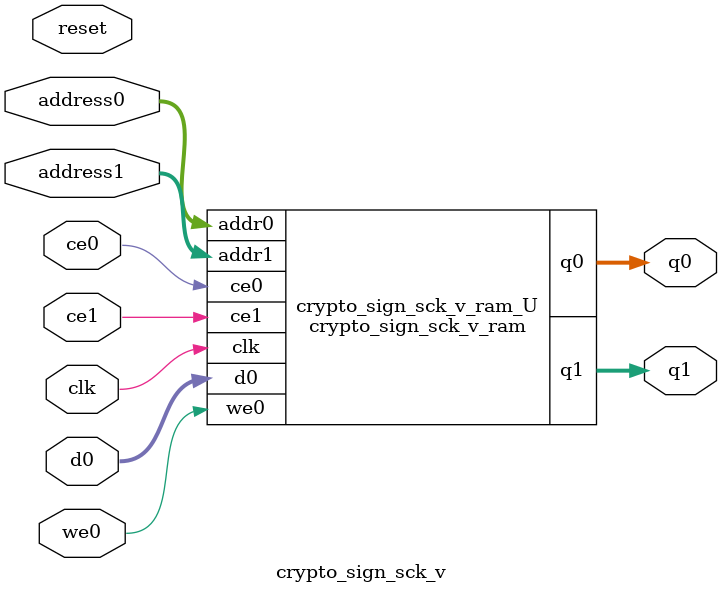
<source format=v>

`timescale 1 ns / 1 ps
module crypto_sign_sck_v_ram (addr0, ce0, d0, we0, q0, addr1, ce1, q1,  clk);

parameter DWIDTH = 32;
parameter AWIDTH = 5;
parameter MEM_SIZE = 32;

input[AWIDTH-1:0] addr0;
input ce0;
input[DWIDTH-1:0] d0;
input we0;
output reg[DWIDTH-1:0] q0;
input[AWIDTH-1:0] addr1;
input ce1;
output reg[DWIDTH-1:0] q1;
input clk;

(* ram_style = "block" *)reg [DWIDTH-1:0] ram[0:MEM_SIZE-1];




always @(posedge clk)  
begin 
    if (ce0) 
    begin
        if (we0) 
        begin 
            ram[addr0] <= d0; 
            q0 <= d0;
        end 
        else 
            q0 <= ram[addr0];
    end
end


always @(posedge clk)  
begin 
    if (ce1) 
    begin
            q1 <= ram[addr1];
    end
end


endmodule


`timescale 1 ns / 1 ps
module crypto_sign_sck_v(
    reset,
    clk,
    address0,
    ce0,
    we0,
    d0,
    q0,
    address1,
    ce1,
    q1);

parameter DataWidth = 32'd32;
parameter AddressRange = 32'd32;
parameter AddressWidth = 32'd5;
input reset;
input clk;
input[AddressWidth - 1:0] address0;
input ce0;
input we0;
input[DataWidth - 1:0] d0;
output[DataWidth - 1:0] q0;
input[AddressWidth - 1:0] address1;
input ce1;
output[DataWidth - 1:0] q1;



crypto_sign_sck_v_ram crypto_sign_sck_v_ram_U(
    .clk( clk ),
    .addr0( address0 ),
    .ce0( ce0 ),
    .d0( d0 ),
    .we0( we0 ),
    .q0( q0 ),
    .addr1( address1 ),
    .ce1( ce1 ),
    .q1( q1 ));

endmodule


</source>
